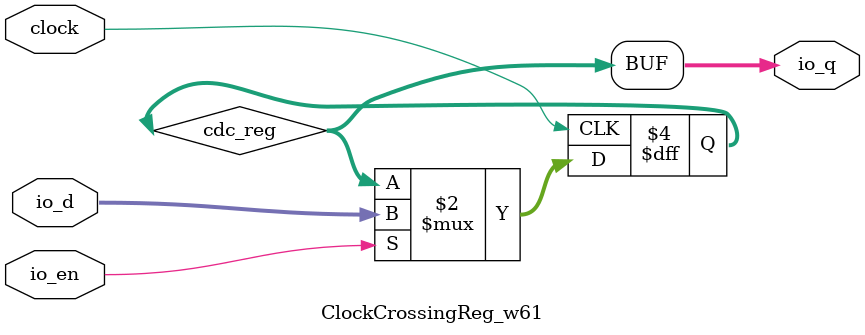
<source format=sv>

`ifndef RANDOMIZE
  `ifdef RANDOMIZE_REG_INIT
    `define RANDOMIZE
  `endif // RANDOMIZE_REG_INIT
`endif // not def RANDOMIZE
`ifndef SYNTHESIS
  `ifndef ENABLE_INITIAL_REG_
    `define ENABLE_INITIAL_REG_
  `endif // not def ENABLE_INITIAL_REG_
`endif // not def SYNTHESIS

// Standard header to adapt well known macros for register randomization.

// RANDOM may be set to an expression that produces a 32-bit random unsigned value.
`ifndef RANDOM
  `define RANDOM $random
`endif // not def RANDOM

// Users can define INIT_RANDOM as general code that gets injected into the
// initializer block for modules with registers.
`ifndef INIT_RANDOM
  `define INIT_RANDOM
`endif // not def INIT_RANDOM

// If using random initialization, you can also define RANDOMIZE_DELAY to
// customize the delay used, otherwise 0.002 is used.
`ifndef RANDOMIZE_DELAY
  `define RANDOMIZE_DELAY 0.002
`endif // not def RANDOMIZE_DELAY

// Define INIT_RANDOM_PROLOG_ for use in our modules below.
`ifndef INIT_RANDOM_PROLOG_
  `ifdef RANDOMIZE
    `ifdef VERILATOR
      `define INIT_RANDOM_PROLOG_ `INIT_RANDOM
    `else  // VERILATOR
      `define INIT_RANDOM_PROLOG_ `INIT_RANDOM #`RANDOMIZE_DELAY begin end
    `endif // VERILATOR
  `else  // RANDOMIZE
    `define INIT_RANDOM_PROLOG_
  `endif // RANDOMIZE
`endif // not def INIT_RANDOM_PROLOG_
module ClockCrossingReg_w61(	// @[generators/rocket-chip/src/main/scala/util/SynchronizerReg.scala:191:7]
  input         clock,	// @[generators/rocket-chip/src/main/scala/util/SynchronizerReg.scala:191:7]
  input  [60:0] io_d,	// @[generators/rocket-chip/src/main/scala/util/SynchronizerReg.scala:195:14]
  output [60:0] io_q,	// @[generators/rocket-chip/src/main/scala/util/SynchronizerReg.scala:195:14]
  input         io_en	// @[generators/rocket-chip/src/main/scala/util/SynchronizerReg.scala:195:14]
);

  reg [60:0] cdc_reg;	// @[generators/rocket-chip/src/main/scala/util/SynchronizerReg.scala:201:76]
  always @(posedge clock) begin	// @[generators/rocket-chip/src/main/scala/util/SynchronizerReg.scala:191:7]
    if (io_en)	// @[generators/rocket-chip/src/main/scala/util/SynchronizerReg.scala:195:14]
      cdc_reg <= io_d;	// @[generators/rocket-chip/src/main/scala/util/SynchronizerReg.scala:201:76]
  end // always @(posedge)
  `ifdef ENABLE_INITIAL_REG_	// @[generators/rocket-chip/src/main/scala/util/SynchronizerReg.scala:191:7]
    `ifdef FIRRTL_BEFORE_INITIAL	// @[generators/rocket-chip/src/main/scala/util/SynchronizerReg.scala:191:7]
      `FIRRTL_BEFORE_INITIAL	// @[generators/rocket-chip/src/main/scala/util/SynchronizerReg.scala:191:7]
    `endif // FIRRTL_BEFORE_INITIAL
    logic [31:0] _RANDOM[0:1];	// @[generators/rocket-chip/src/main/scala/util/SynchronizerReg.scala:191:7]
    initial begin	// @[generators/rocket-chip/src/main/scala/util/SynchronizerReg.scala:191:7]
      `ifdef INIT_RANDOM_PROLOG_	// @[generators/rocket-chip/src/main/scala/util/SynchronizerReg.scala:191:7]
        `INIT_RANDOM_PROLOG_	// @[generators/rocket-chip/src/main/scala/util/SynchronizerReg.scala:191:7]
      `endif // INIT_RANDOM_PROLOG_
      `ifdef RANDOMIZE_REG_INIT	// @[generators/rocket-chip/src/main/scala/util/SynchronizerReg.scala:191:7]
        for (logic [1:0] i = 2'h0; i < 2'h2; i += 2'h1) begin
          _RANDOM[i[0]] = `RANDOM;	// @[generators/rocket-chip/src/main/scala/util/SynchronizerReg.scala:191:7]
        end	// @[generators/rocket-chip/src/main/scala/util/SynchronizerReg.scala:191:7]
        cdc_reg = {_RANDOM[1'h0], _RANDOM[1'h1][28:0]};	// @[generators/rocket-chip/src/main/scala/util/SynchronizerReg.scala:191:7, :201:76]
      `endif // RANDOMIZE_REG_INIT
    end // initial
    `ifdef FIRRTL_AFTER_INITIAL	// @[generators/rocket-chip/src/main/scala/util/SynchronizerReg.scala:191:7]
      `FIRRTL_AFTER_INITIAL	// @[generators/rocket-chip/src/main/scala/util/SynchronizerReg.scala:191:7]
    `endif // FIRRTL_AFTER_INITIAL
  `endif // ENABLE_INITIAL_REG_
  assign io_q = cdc_reg;	// @[generators/rocket-chip/src/main/scala/util/SynchronizerReg.scala:191:7, :201:76]
endmodule


</source>
